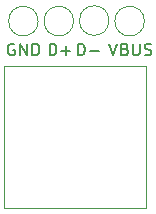
<source format=gbr>
G04 #@! TF.GenerationSoftware,KiCad,Pcbnew,(5.1.5)-3*
G04 #@! TF.CreationDate,2020-02-02T18:50:59-05:00*
G04 #@! TF.ProjectId,Low-Profile USB,4c6f772d-5072-46f6-9669-6c6520555342,rev?*
G04 #@! TF.SameCoordinates,Original*
G04 #@! TF.FileFunction,Legend,Top*
G04 #@! TF.FilePolarity,Positive*
%FSLAX46Y46*%
G04 Gerber Fmt 4.6, Leading zero omitted, Abs format (unit mm)*
G04 Created by KiCad (PCBNEW (5.1.5)-3) date 2020-02-02 18:50:59*
%MOMM*%
%LPD*%
G04 APERTURE LIST*
%ADD10C,0.120000*%
%ADD11C,0.150000*%
G04 APERTURE END LIST*
D10*
X140000000Y-85990000D02*
X140000000Y-97990000D01*
X152000000Y-85990000D02*
X140000000Y-85990000D01*
X152000000Y-97990000D02*
X152000000Y-85990000D01*
X140000000Y-97990000D02*
X152000000Y-97990000D01*
X142851000Y-82150000D02*
G75*
G03X142851000Y-82150000I-1251000J0D01*
G01*
X148851000Y-82100000D02*
G75*
G03X148851000Y-82100000I-1251000J0D01*
G01*
X145851000Y-82150000D02*
G75*
G03X145851000Y-82150000I-1251000J0D01*
G01*
X151851000Y-82150000D02*
G75*
G03X151851000Y-82150000I-1251000J0D01*
G01*
D11*
X140838095Y-84100000D02*
X140742857Y-84052380D01*
X140600000Y-84052380D01*
X140457142Y-84100000D01*
X140361904Y-84195238D01*
X140314285Y-84290476D01*
X140266666Y-84480952D01*
X140266666Y-84623809D01*
X140314285Y-84814285D01*
X140361904Y-84909523D01*
X140457142Y-85004761D01*
X140600000Y-85052380D01*
X140695238Y-85052380D01*
X140838095Y-85004761D01*
X140885714Y-84957142D01*
X140885714Y-84623809D01*
X140695238Y-84623809D01*
X141314285Y-85052380D02*
X141314285Y-84052380D01*
X141885714Y-85052380D01*
X141885714Y-84052380D01*
X142361904Y-85052380D02*
X142361904Y-84052380D01*
X142600000Y-84052380D01*
X142742857Y-84100000D01*
X142838095Y-84195238D01*
X142885714Y-84290476D01*
X142933333Y-84480952D01*
X142933333Y-84623809D01*
X142885714Y-84814285D01*
X142838095Y-84909523D01*
X142742857Y-85004761D01*
X142600000Y-85052380D01*
X142361904Y-85052380D01*
X146219047Y-85052380D02*
X146219047Y-84052380D01*
X146457142Y-84052380D01*
X146600000Y-84100000D01*
X146695238Y-84195238D01*
X146742857Y-84290476D01*
X146790476Y-84480952D01*
X146790476Y-84623809D01*
X146742857Y-84814285D01*
X146695238Y-84909523D01*
X146600000Y-85004761D01*
X146457142Y-85052380D01*
X146219047Y-85052380D01*
X147219047Y-84671428D02*
X147980952Y-84671428D01*
X143819047Y-85052380D02*
X143819047Y-84052380D01*
X144057142Y-84052380D01*
X144200000Y-84100000D01*
X144295238Y-84195238D01*
X144342857Y-84290476D01*
X144390476Y-84480952D01*
X144390476Y-84623809D01*
X144342857Y-84814285D01*
X144295238Y-84909523D01*
X144200000Y-85004761D01*
X144057142Y-85052380D01*
X143819047Y-85052380D01*
X144819047Y-84671428D02*
X145580952Y-84671428D01*
X145200000Y-85052380D02*
X145200000Y-84290476D01*
X148866666Y-84052380D02*
X149200000Y-85052380D01*
X149533333Y-84052380D01*
X150200000Y-84528571D02*
X150342857Y-84576190D01*
X150390476Y-84623809D01*
X150438095Y-84719047D01*
X150438095Y-84861904D01*
X150390476Y-84957142D01*
X150342857Y-85004761D01*
X150247619Y-85052380D01*
X149866666Y-85052380D01*
X149866666Y-84052380D01*
X150200000Y-84052380D01*
X150295238Y-84100000D01*
X150342857Y-84147619D01*
X150390476Y-84242857D01*
X150390476Y-84338095D01*
X150342857Y-84433333D01*
X150295238Y-84480952D01*
X150200000Y-84528571D01*
X149866666Y-84528571D01*
X150866666Y-84052380D02*
X150866666Y-84861904D01*
X150914285Y-84957142D01*
X150961904Y-85004761D01*
X151057142Y-85052380D01*
X151247619Y-85052380D01*
X151342857Y-85004761D01*
X151390476Y-84957142D01*
X151438095Y-84861904D01*
X151438095Y-84052380D01*
X151866666Y-85004761D02*
X152009523Y-85052380D01*
X152247619Y-85052380D01*
X152342857Y-85004761D01*
X152390476Y-84957142D01*
X152438095Y-84861904D01*
X152438095Y-84766666D01*
X152390476Y-84671428D01*
X152342857Y-84623809D01*
X152247619Y-84576190D01*
X152057142Y-84528571D01*
X151961904Y-84480952D01*
X151914285Y-84433333D01*
X151866666Y-84338095D01*
X151866666Y-84242857D01*
X151914285Y-84147619D01*
X151961904Y-84100000D01*
X152057142Y-84052380D01*
X152295238Y-84052380D01*
X152438095Y-84100000D01*
M02*

</source>
